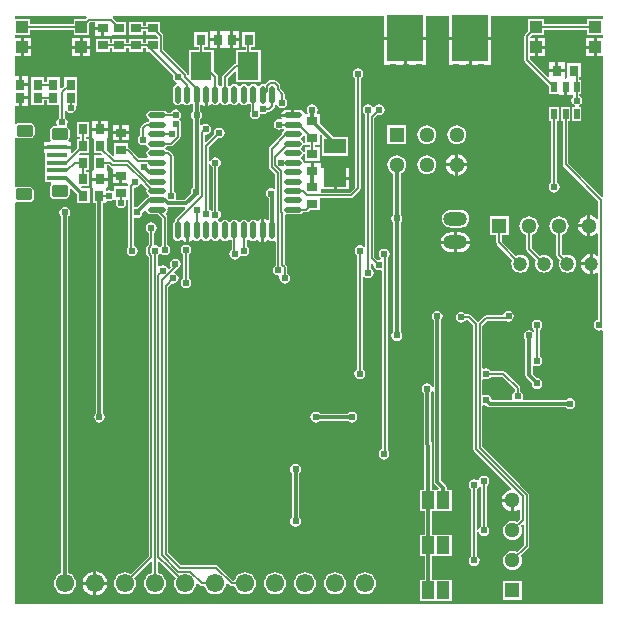
<source format=gbl>
%FSLAX23Y23*%
%MOIN*%
G70*
G01*
G75*
G04 Layer_Physical_Order=2*
G04 Layer_Color=16711680*
%ADD10R,0.039X0.022*%
%ADD11R,0.035X0.031*%
%ADD12R,0.031X0.035*%
%ADD13R,0.063X0.118*%
%ADD14R,0.122X0.157*%
%ADD15R,0.063X0.157*%
%ADD16R,0.073X0.051*%
%ADD17R,0.039X0.059*%
%ADD18R,0.059X0.039*%
%ADD19C,0.006*%
%ADD20C,0.012*%
%ADD21C,0.012*%
G04:AMPARAMS|DCode=22|XSize=39mil|YSize=55mil|CornerRadius=10mil|HoleSize=0mil|Usage=FLASHONLY|Rotation=270.000|XOffset=0mil|YOffset=0mil|HoleType=Round|Shape=RoundedRectangle|*
%AMROUNDEDRECTD22*
21,1,0.039,0.035,0,0,270.0*
21,1,0.020,0.055,0,0,270.0*
1,1,0.020,-0.018,-0.010*
1,1,0.020,-0.018,0.010*
1,1,0.020,0.018,0.010*
1,1,0.020,0.018,-0.010*
%
%ADD22ROUNDEDRECTD22*%
%ADD23C,0.047*%
%ADD24C,0.061*%
%ADD25C,0.051*%
%ADD26R,0.051X0.051*%
%ADD27R,0.043X0.059*%
%ADD28R,0.051X0.051*%
%ADD29O,0.079X0.047*%
%ADD30C,0.024*%
%ADD31C,0.020*%
%ADD32R,0.071X0.094*%
%ADD33R,0.069X0.018*%
%ADD34R,0.020X0.035*%
%ADD35O,0.059X0.018*%
%ADD36O,0.018X0.059*%
%ADD37R,0.039X0.039*%
%ADD38R,0.030X0.035*%
%ADD39R,0.073X0.079*%
G36*
X2965Y2954D02*
X2913D01*
Y2937D01*
X2768D01*
Y2954D01*
X2716D01*
Y2915D01*
X2706Y2905D01*
X2704Y2902D01*
X2703Y2899D01*
Y2818D01*
X2704Y2814D01*
X2706Y2811D01*
X2786Y2731D01*
Y2705D01*
X2817D01*
X2820Y2701D01*
X2820Y2701D01*
Y2701D01*
X2820Y2701D01*
X2835D01*
Y2728D01*
X2845D01*
Y2701D01*
X2859D01*
X2859Y2701D01*
Y2701D01*
X2859D01*
X2859D01*
X2860Y2701D01*
X2866Y2702D01*
X2865Y2697D01*
X2864Y2696D01*
X2860Y2690D01*
X2859Y2683D01*
X2860Y2676D01*
X2864Y2670D01*
X2870Y2667D01*
X2870Y2666D01*
X2867Y2662D01*
X2861D01*
Y2614D01*
X2893D01*
Y2662D01*
X2887D01*
X2884Y2666D01*
X2884Y2667D01*
X2890Y2670D01*
X2894Y2676D01*
X2895Y2683D01*
X2894Y2690D01*
X2890Y2696D01*
X2886Y2698D01*
Y2705D01*
X2893D01*
Y2752D01*
X2886D01*
Y2760D01*
X2890D01*
Y2807D01*
X2846D01*
Y2761D01*
X2846Y2760D01*
X2843Y2756D01*
X2837D01*
Y2778D01*
X2785D01*
Y2765D01*
X2781Y2763D01*
X2722Y2822D01*
Y2832D01*
X2737D01*
Y2861D01*
Y2891D01*
X2724D01*
X2723Y2896D01*
X2729Y2902D01*
X2768D01*
Y2919D01*
X2913D01*
Y2902D01*
X2965D01*
Y2891D01*
X2944D01*
Y2861D01*
Y2832D01*
X2965D01*
Y2365D01*
X2960Y2363D01*
X2849Y2474D01*
Y2614D01*
X2855D01*
Y2662D01*
X2824D01*
Y2614D01*
X2830D01*
Y2470D01*
X2831Y2467D01*
X2833Y2464D01*
X2949Y2348D01*
Y2291D01*
X2944Y2289D01*
X2943Y2291D01*
X2936Y2296D01*
X2927Y2300D01*
X2923Y2300D01*
Y2265D01*
Y2230D01*
X2927Y2230D01*
X2936Y2234D01*
X2943Y2240D01*
X2944Y2241D01*
X2949Y2239D01*
Y2169D01*
X2944Y2166D01*
X2942Y2168D01*
X2934Y2172D01*
X2930Y2172D01*
Y2139D01*
Y2106D01*
X2934Y2106D01*
X2942Y2109D01*
X2944Y2111D01*
X2949Y2109D01*
Y1952D01*
X2945Y1951D01*
X2939Y1947D01*
X2935Y1941D01*
X2934Y1935D01*
X2935Y1928D01*
X2939Y1922D01*
X2945Y1918D01*
X2952Y1916D01*
X2959Y1918D01*
X2960Y1918D01*
X2965Y1916D01*
Y1004D01*
X1004D01*
Y2343D01*
X1009Y2346D01*
X1010Y2345D01*
X1017Y2344D01*
X1052D01*
X1058Y2345D01*
X1063Y2349D01*
X1067Y2354D01*
X1068Y2360D01*
Y2380D01*
X1067Y2386D01*
X1063Y2391D01*
X1058Y2395D01*
X1052Y2396D01*
X1017D01*
X1010Y2395D01*
X1009Y2394D01*
X1004Y2396D01*
Y2558D01*
X1004Y2559D01*
X1009Y2561D01*
X1013Y2558D01*
X1019Y2557D01*
X1054D01*
X1061Y2558D01*
X1066Y2562D01*
X1069Y2567D01*
X1070Y2573D01*
Y2593D01*
X1069Y2599D01*
X1066Y2604D01*
X1061Y2608D01*
X1054Y2609D01*
X1019D01*
X1013Y2608D01*
X1009Y2605D01*
X1004Y2607D01*
X1004Y2607D01*
Y2665D01*
X1018D01*
Y2693D01*
X1023D01*
Y2698D01*
X1048D01*
Y2709D01*
Y2731D01*
X1023D01*
Y2736D01*
X1018D01*
Y2764D01*
X1004D01*
Y2832D01*
X1024D01*
Y2861D01*
Y2891D01*
X1004D01*
Y2902D01*
X1054D01*
Y2919D01*
X1200D01*
Y2902D01*
X1251D01*
Y2941D01*
X1254Y2944D01*
X1270D01*
Y2929D01*
X1297D01*
Y2924D01*
X1302D01*
Y2898D01*
X1325D01*
Y2899D01*
X1329Y2902D01*
X1376D01*
Y2946D01*
X1344D01*
X1330Y2959D01*
X1330Y2960D01*
X1331Y2965D01*
X2234D01*
Y2895D01*
X2376D01*
Y2965D01*
X2451D01*
Y2895D01*
X2593D01*
Y2965D01*
X2965D01*
Y2954D01*
D02*
G37*
G36*
X1244Y2960D02*
X1244Y2959D01*
X1238Y2954D01*
X1200D01*
Y2937D01*
X1054D01*
Y2954D01*
X1004D01*
Y2965D01*
X1242D01*
X1244Y2960D01*
D02*
G37*
%LPC*%
G36*
X2468Y2245D02*
X2458D01*
X2449Y2243D01*
X2441Y2240D01*
X2434Y2235D01*
X2428Y2228D01*
X2425Y2219D01*
X2424Y2216D01*
X2468D01*
Y2245D01*
D02*
G37*
G36*
X2522Y2206D02*
X2478D01*
Y2177D01*
X2489D01*
X2498Y2178D01*
X2506Y2181D01*
X2513Y2187D01*
X2519Y2194D01*
X2522Y2202D01*
X2522Y2206D01*
D02*
G37*
G36*
X2913Y2260D02*
X2883D01*
X2883Y2256D01*
X2887Y2247D01*
X2893Y2240D01*
X2900Y2234D01*
X2909Y2230D01*
X2913Y2230D01*
Y2260D01*
D02*
G37*
G36*
X2489Y2245D02*
X2478D01*
Y2216D01*
X2522D01*
X2522Y2219D01*
X2519Y2228D01*
X2513Y2235D01*
X2506Y2240D01*
X2498Y2243D01*
X2489Y2245D01*
D02*
G37*
G36*
X2468Y2206D02*
X2424D01*
X2425Y2202D01*
X2428Y2194D01*
X2434Y2187D01*
X2441Y2181D01*
X2449Y2178D01*
X2458Y2177D01*
X2468D01*
Y2206D01*
D02*
G37*
G36*
X2718Y2297D02*
X2710Y2296D01*
X2702Y2293D01*
X2696Y2288D01*
X2691Y2281D01*
X2687Y2273D01*
X2686Y2265D01*
X2687Y2257D01*
X2691Y2249D01*
X2696Y2243D01*
X2702Y2238D01*
X2709Y2235D01*
Y2188D01*
X2710Y2185D01*
X2712Y2182D01*
X2741Y2152D01*
X2739Y2147D01*
X2738Y2139D01*
X2739Y2131D01*
X2742Y2124D01*
X2747Y2118D01*
X2753Y2113D01*
X2760Y2110D01*
X2768Y2109D01*
X2775Y2110D01*
X2783Y2113D01*
X2789Y2118D01*
X2794Y2124D01*
X2797Y2131D01*
X2798Y2139D01*
X2797Y2147D01*
X2794Y2154D01*
X2789Y2160D01*
X2783Y2165D01*
X2775Y2168D01*
X2768Y2169D01*
X2760Y2168D01*
X2754Y2165D01*
X2727Y2192D01*
Y2235D01*
X2734Y2238D01*
X2741Y2243D01*
X2746Y2249D01*
X2749Y2257D01*
X2750Y2265D01*
X2749Y2273D01*
X2746Y2281D01*
X2741Y2288D01*
X2734Y2293D01*
X2726Y2296D01*
X2718Y2297D01*
D02*
G37*
G36*
X2650Y2297D02*
X2587D01*
Y2234D01*
X2609D01*
Y2210D01*
X2610Y2206D01*
X2612Y2203D01*
X2663Y2152D01*
X2660Y2147D01*
X2659Y2139D01*
X2660Y2131D01*
X2663Y2124D01*
X2668Y2118D01*
X2674Y2113D01*
X2681Y2110D01*
X2689Y2109D01*
X2697Y2110D01*
X2704Y2113D01*
X2710Y2118D01*
X2715Y2124D01*
X2718Y2131D01*
X2719Y2139D01*
X2718Y2147D01*
X2715Y2154D01*
X2710Y2160D01*
X2704Y2165D01*
X2697Y2168D01*
X2689Y2169D01*
X2681Y2168D01*
X2675Y2165D01*
X2627Y2213D01*
Y2234D01*
X2650D01*
Y2297D01*
D02*
G37*
G36*
X2920Y2172D02*
X2916Y2172D01*
X2908Y2168D01*
X2901Y2163D01*
X2896Y2156D01*
X2892Y2148D01*
X2892Y2144D01*
X2920D01*
Y2172D01*
D02*
G37*
G36*
X2818Y2297D02*
X2810Y2296D01*
X2802Y2293D01*
X2796Y2288D01*
X2791Y2281D01*
X2787Y2273D01*
X2786Y2265D01*
X2787Y2257D01*
X2791Y2249D01*
X2796Y2243D01*
X2802Y2238D01*
X2809Y2235D01*
Y2167D01*
X2810Y2164D01*
X2812Y2161D01*
X2820Y2152D01*
X2818Y2147D01*
X2817Y2139D01*
X2818Y2131D01*
X2821Y2124D01*
X2825Y2118D01*
X2832Y2113D01*
X2839Y2110D01*
X2846Y2109D01*
X2854Y2110D01*
X2861Y2113D01*
X2868Y2118D01*
X2872Y2124D01*
X2875Y2131D01*
X2876Y2139D01*
X2875Y2147D01*
X2872Y2154D01*
X2868Y2160D01*
X2861Y2165D01*
X2854Y2168D01*
X2846Y2169D01*
X2839Y2168D01*
X2833Y2165D01*
X2827Y2171D01*
Y2235D01*
X2834Y2238D01*
X2841Y2243D01*
X2846Y2249D01*
X2849Y2257D01*
X2850Y2265D01*
X2849Y2273D01*
X2846Y2281D01*
X2841Y2288D01*
X2834Y2293D01*
X2826Y2296D01*
X2818Y2297D01*
D02*
G37*
G36*
X2489Y2319D02*
X2458D01*
X2450Y2318D01*
X2443Y2315D01*
X2437Y2310D01*
X2432Y2304D01*
X2429Y2297D01*
X2428Y2289D01*
X2429Y2282D01*
X2432Y2274D01*
X2437Y2268D01*
X2443Y2263D01*
X2450Y2261D01*
X2458Y2259D01*
X2489D01*
X2497Y2261D01*
X2504Y2263D01*
X2510Y2268D01*
X2515Y2274D01*
X2518Y2282D01*
X2519Y2289D01*
X2518Y2297D01*
X2515Y2304D01*
X2510Y2310D01*
X2504Y2315D01*
X2497Y2318D01*
X2489Y2319D01*
D02*
G37*
G36*
X2513Y2464D02*
X2483D01*
Y2433D01*
X2487Y2434D01*
X2496Y2438D01*
X2503Y2443D01*
X2509Y2451D01*
X2512Y2459D01*
X2513Y2464D01*
D02*
G37*
G36*
X2473D02*
X2442D01*
X2443Y2459D01*
X2446Y2451D01*
X2452Y2443D01*
X2460Y2438D01*
X2468Y2434D01*
X2473Y2433D01*
Y2464D01*
D02*
G37*
G36*
Y2504D02*
X2468Y2503D01*
X2460Y2500D01*
X2452Y2494D01*
X2446Y2487D01*
X2443Y2478D01*
X2442Y2474D01*
X2473D01*
Y2504D01*
D02*
G37*
G36*
X2378Y2500D02*
X2369Y2499D01*
X2362Y2496D01*
X2355Y2491D01*
X2350Y2485D01*
X2347Y2477D01*
X2346Y2469D01*
X2347Y2460D01*
X2350Y2453D01*
X2355Y2446D01*
X2362Y2441D01*
X2369Y2438D01*
X2378Y2437D01*
X2386Y2438D01*
X2393Y2441D01*
X2400Y2446D01*
X2405Y2453D01*
X2408Y2460D01*
X2409Y2469D01*
X2408Y2477D01*
X2405Y2485D01*
X2400Y2491D01*
X2393Y2496D01*
X2386Y2499D01*
X2378Y2500D01*
D02*
G37*
G36*
X2077Y2458D02*
Y2427D01*
X2118D01*
Y2458D01*
X2077D01*
D02*
G37*
G36*
X2818Y2662D02*
X2786D01*
Y2614D01*
X2793D01*
Y2409D01*
X2789Y2407D01*
X2785Y2401D01*
X2784Y2394D01*
X2785Y2387D01*
X2789Y2381D01*
X2795Y2377D01*
X2802Y2376D01*
X2809Y2377D01*
X2815Y2381D01*
X2819Y2387D01*
X2820Y2394D01*
X2819Y2401D01*
X2815Y2407D01*
X2811Y2409D01*
Y2614D01*
X2818D01*
Y2662D01*
D02*
G37*
G36*
X2913Y2300D02*
X2909Y2300D01*
X2900Y2296D01*
X2893Y2291D01*
X2887Y2283D01*
X2883Y2274D01*
X2883Y2270D01*
X2913D01*
Y2300D01*
D02*
G37*
G36*
X1353Y2428D02*
X1331D01*
Y2407D01*
X1353D01*
Y2428D01*
D02*
G37*
G36*
X2118Y2417D02*
X2077D01*
Y2387D01*
X2118D01*
Y2417D01*
D02*
G37*
G36*
X2920Y2134D02*
X2892D01*
X2892Y2130D01*
X2896Y2122D01*
X2901Y2115D01*
X2908Y2109D01*
X2916Y2106D01*
X2920Y2106D01*
Y2134D01*
D02*
G37*
G36*
X2071Y1110D02*
X2062Y1109D01*
X2053Y1106D01*
X2045Y1100D01*
X2040Y1092D01*
X2036Y1083D01*
X2035Y1074D01*
X2036Y1064D01*
X2040Y1056D01*
X2045Y1048D01*
X2053Y1042D01*
X2062Y1038D01*
X2071Y1037D01*
X2081Y1038D01*
X2090Y1042D01*
X2097Y1048D01*
X2103Y1056D01*
X2107Y1064D01*
X2108Y1074D01*
X2107Y1083D01*
X2103Y1092D01*
X2097Y1100D01*
X2090Y1106D01*
X2081Y1109D01*
X2071Y1110D01*
D02*
G37*
G36*
X1971D02*
X1962Y1109D01*
X1953Y1106D01*
X1945Y1100D01*
X1940Y1092D01*
X1936Y1083D01*
X1935Y1074D01*
X1936Y1064D01*
X1940Y1056D01*
X1945Y1048D01*
X1953Y1042D01*
X1962Y1038D01*
X1971Y1037D01*
X1981Y1038D01*
X1990Y1042D01*
X1997Y1048D01*
X2003Y1056D01*
X2007Y1064D01*
X2008Y1074D01*
X2007Y1083D01*
X2003Y1092D01*
X1997Y1100D01*
X1990Y1106D01*
X1981Y1109D01*
X1971Y1110D01*
D02*
G37*
G36*
X1266Y1114D02*
X1261Y1113D01*
X1251Y1109D01*
X1243Y1103D01*
X1236Y1094D01*
X1232Y1084D01*
X1231Y1079D01*
X1266D01*
Y1114D01*
D02*
G37*
G36*
X2171Y1110D02*
X2162Y1109D01*
X2153Y1106D01*
X2145Y1100D01*
X2140Y1092D01*
X2136Y1083D01*
X2135Y1074D01*
X2136Y1064D01*
X2140Y1056D01*
X2145Y1048D01*
X2153Y1042D01*
X2162Y1038D01*
X2171Y1037D01*
X2181Y1038D01*
X2190Y1042D01*
X2197Y1048D01*
X2203Y1056D01*
X2207Y1064D01*
X2208Y1074D01*
X2207Y1083D01*
X2203Y1092D01*
X2197Y1100D01*
X2190Y1106D01*
X2181Y1109D01*
X2171Y1110D01*
D02*
G37*
G36*
X1871D02*
X1862Y1109D01*
X1853Y1106D01*
X1845Y1100D01*
X1840Y1092D01*
X1836Y1083D01*
X1835Y1074D01*
X1836Y1064D01*
X1840Y1056D01*
X1845Y1048D01*
X1853Y1042D01*
X1862Y1038D01*
X1871Y1037D01*
X1881Y1038D01*
X1890Y1042D01*
X1897Y1048D01*
X1903Y1056D01*
X1907Y1064D01*
X1908Y1074D01*
X1907Y1083D01*
X1903Y1092D01*
X1897Y1100D01*
X1890Y1106D01*
X1881Y1109D01*
X1871Y1110D01*
D02*
G37*
G36*
X1266Y1069D02*
X1231D01*
X1232Y1063D01*
X1236Y1053D01*
X1243Y1045D01*
X1251Y1039D01*
X1261Y1035D01*
X1266Y1034D01*
Y1069D01*
D02*
G37*
G36*
X2695Y1082D02*
X2632D01*
Y1018D01*
X2695D01*
Y1082D01*
D02*
G37*
G36*
X1171Y2328D02*
X1164Y2327D01*
X1158Y2323D01*
X1154Y2317D01*
X1153Y2310D01*
X1154Y2303D01*
X1158Y2297D01*
X1159Y2297D01*
Y1108D01*
X1153Y1106D01*
X1145Y1100D01*
X1140Y1092D01*
X1136Y1083D01*
X1135Y1074D01*
X1136Y1064D01*
X1140Y1056D01*
X1145Y1048D01*
X1153Y1042D01*
X1162Y1038D01*
X1171Y1037D01*
X1181Y1038D01*
X1190Y1042D01*
X1197Y1048D01*
X1203Y1056D01*
X1207Y1064D01*
X1208Y1074D01*
X1207Y1083D01*
X1203Y1092D01*
X1197Y1100D01*
X1190Y1106D01*
X1183Y1108D01*
Y2297D01*
X1184Y2297D01*
X1188Y2303D01*
X1189Y2310D01*
X1188Y2317D01*
X1184Y2323D01*
X1178Y2327D01*
X1171Y2328D01*
D02*
G37*
G36*
X1311Y1069D02*
X1276D01*
Y1034D01*
X1282Y1035D01*
X1292Y1039D01*
X1300Y1045D01*
X1306Y1053D01*
X1311Y1063D01*
X1311Y1069D01*
D02*
G37*
G36*
X1276Y1114D02*
Y1079D01*
X1311D01*
X1311Y1084D01*
X1306Y1094D01*
X1300Y1103D01*
X1292Y1109D01*
X1282Y1113D01*
X1276Y1114D01*
D02*
G37*
G36*
X2745Y1952D02*
X2738Y1951D01*
X2732Y1947D01*
X2728Y1941D01*
X2727Y1934D01*
X2728Y1927D01*
X2732Y1921D01*
X2735Y1919D01*
X2735Y1915D01*
X2731Y1913D01*
X2725Y1916D01*
X2719Y1918D01*
X2712Y1916D01*
X2706Y1912D01*
X2702Y1907D01*
X2700Y1900D01*
X2702Y1893D01*
X2706Y1887D01*
X2706Y1886D01*
Y1767D01*
X2706Y1767D01*
X2707Y1762D01*
X2710Y1758D01*
X2727Y1741D01*
X2727Y1740D01*
X2728Y1733D01*
X2732Y1727D01*
X2738Y1723D01*
X2745Y1722D01*
X2752Y1723D01*
X2758Y1727D01*
X2762Y1733D01*
X2763Y1740D01*
X2762Y1747D01*
X2758Y1753D01*
X2752Y1757D01*
X2745Y1758D01*
X2744Y1758D01*
X2731Y1772D01*
Y1797D01*
X2736Y1800D01*
X2738Y1798D01*
X2745Y1797D01*
X2752Y1798D01*
X2758Y1802D01*
X2762Y1808D01*
X2763Y1815D01*
X2762Y1822D01*
X2758Y1828D01*
X2754Y1830D01*
Y1919D01*
X2758Y1921D01*
X2762Y1927D01*
X2763Y1934D01*
X2762Y1941D01*
X2758Y1947D01*
X2752Y1951D01*
X2745Y1952D01*
D02*
G37*
G36*
X2278Y2500D02*
X2269Y2499D01*
X2262Y2496D01*
X2255Y2491D01*
X2250Y2485D01*
X2247Y2477D01*
X2246Y2469D01*
X2247Y2460D01*
X2250Y2453D01*
X2255Y2446D01*
X2262Y2441D01*
X2265Y2439D01*
Y2304D01*
X2265Y2303D01*
X2261Y2297D01*
X2259Y2290D01*
X2261Y2283D01*
X2265Y2278D01*
X2265Y2277D01*
Y1913D01*
X2265Y1912D01*
X2261Y1907D01*
X2259Y1900D01*
X2261Y1893D01*
X2265Y1887D01*
X2271Y1883D01*
X2278Y1881D01*
X2285Y1883D01*
X2290Y1887D01*
X2294Y1893D01*
X2296Y1900D01*
X2294Y1907D01*
X2290Y1912D01*
X2290Y1913D01*
Y2277D01*
X2290Y2278D01*
X2294Y2283D01*
X2296Y2290D01*
X2294Y2297D01*
X2290Y2303D01*
X2290Y2304D01*
Y2439D01*
X2293Y2441D01*
X2300Y2446D01*
X2305Y2453D01*
X2308Y2460D01*
X2309Y2469D01*
X2308Y2477D01*
X2305Y2485D01*
X2300Y2491D01*
X2293Y2496D01*
X2286Y2499D01*
X2278Y2500D01*
D02*
G37*
G36*
X1575Y2203D02*
X1568Y2202D01*
X1562Y2198D01*
X1558Y2192D01*
X1557Y2185D01*
X1558Y2178D01*
X1562Y2172D01*
X1566Y2170D01*
Y2090D01*
X1562Y2088D01*
X1558Y2082D01*
X1557Y2075D01*
X1558Y2068D01*
X1562Y2062D01*
X1568Y2058D01*
X1575Y2057D01*
X1582Y2058D01*
X1588Y2062D01*
X1592Y2068D01*
X1593Y2075D01*
X1592Y2082D01*
X1588Y2088D01*
X1584Y2090D01*
Y2170D01*
X1588Y2172D01*
X1592Y2178D01*
X1593Y2185D01*
X1592Y2192D01*
X1588Y2198D01*
X1582Y2202D01*
X1575Y2203D01*
D02*
G37*
G36*
X2650Y1982D02*
X2643Y1980D01*
X2637Y1976D01*
X2633Y1971D01*
X2632Y1967D01*
X2575D01*
X2571Y1966D01*
X2568Y1964D01*
X2548Y1944D01*
X2525Y1967D01*
X2522Y1969D01*
X2519Y1970D01*
X2507D01*
X2505Y1973D01*
X2499Y1977D01*
X2492Y1979D01*
X2485Y1977D01*
X2479Y1973D01*
X2475Y1968D01*
X2474Y1961D01*
X2475Y1954D01*
X2479Y1948D01*
X2485Y1944D01*
X2492Y1942D01*
X2499Y1944D01*
X2505Y1948D01*
X2507Y1951D01*
X2515D01*
X2533Y1933D01*
Y1520D01*
X2534Y1516D01*
X2536Y1513D01*
X2659Y1390D01*
X2658Y1385D01*
X2654Y1385D01*
X2645Y1381D01*
X2638Y1375D01*
X2632Y1368D01*
X2629Y1359D01*
X2628Y1355D01*
X2663D01*
Y1350D01*
X2668D01*
Y1315D01*
X2673Y1315D01*
X2681Y1319D01*
X2684Y1321D01*
X2689Y1318D01*
Y1288D01*
X2678Y1278D01*
X2672Y1281D01*
X2663Y1282D01*
X2655Y1281D01*
X2647Y1278D01*
X2641Y1272D01*
X2636Y1266D01*
X2633Y1258D01*
X2632Y1250D01*
X2633Y1242D01*
X2636Y1234D01*
X2641Y1227D01*
X2647Y1222D01*
X2655Y1219D01*
X2663Y1218D01*
X2672Y1219D01*
X2679Y1222D01*
X2686Y1227D01*
X2691Y1234D01*
X2694Y1242D01*
X2695Y1250D01*
X2694Y1258D01*
X2691Y1265D01*
X2696Y1270D01*
X2701Y1268D01*
Y1200D01*
X2678Y1178D01*
X2672Y1181D01*
X2663Y1182D01*
X2655Y1181D01*
X2647Y1178D01*
X2641Y1172D01*
X2636Y1166D01*
X2633Y1158D01*
X2632Y1150D01*
X2633Y1142D01*
X2636Y1134D01*
X2641Y1127D01*
X2647Y1122D01*
X2655Y1119D01*
X2663Y1118D01*
X2672Y1119D01*
X2679Y1122D01*
X2686Y1127D01*
X2691Y1134D01*
X2694Y1142D01*
X2695Y1150D01*
X2694Y1158D01*
X2691Y1165D01*
X2716Y1190D01*
X2718Y1193D01*
X2719Y1197D01*
Y1369D01*
X2719Y1372D01*
X2718Y1373D01*
X2716Y1376D01*
X2689Y1403D01*
X2688Y1404D01*
X2563Y1529D01*
Y1666D01*
X2568Y1668D01*
X2569Y1667D01*
X2576Y1666D01*
X2577Y1666D01*
X2578Y1665D01*
X2578Y1665D01*
X2582Y1662D01*
X2587Y1661D01*
X2587Y1661D01*
X2841D01*
X2841Y1660D01*
X2847Y1656D01*
X2854Y1655D01*
X2861Y1656D01*
X2867Y1660D01*
X2871Y1666D01*
X2872Y1673D01*
X2871Y1680D01*
X2867Y1686D01*
X2861Y1690D01*
X2854Y1691D01*
X2847Y1690D01*
X2841Y1686D01*
X2841Y1685D01*
X2699D01*
X2697Y1689D01*
X2697Y1690D01*
X2698Y1697D01*
X2697Y1704D01*
X2693Y1710D01*
X2689Y1712D01*
Y1724D01*
X2689Y1728D01*
X2687Y1731D01*
X2639Y1778D01*
X2636Y1780D01*
X2633Y1781D01*
X2591D01*
X2589Y1785D01*
X2583Y1789D01*
X2576Y1790D01*
X2569Y1789D01*
X2568Y1788D01*
X2563Y1790D01*
Y1933D01*
X2579Y1949D01*
X2640D01*
X2643Y1947D01*
X2650Y1945D01*
X2657Y1947D01*
X2662Y1951D01*
X2666Y1957D01*
X2668Y1964D01*
X2666Y1971D01*
X2662Y1976D01*
X2657Y1980D01*
X2650Y1982D01*
D02*
G37*
G36*
X2412D02*
X2405Y1980D01*
X2400Y1976D01*
X2396Y1971D01*
X2394Y1964D01*
X2396Y1957D01*
X2400Y1951D01*
X2400Y1950D01*
Y1730D01*
X2398Y1729D01*
X2395Y1729D01*
X2392Y1734D01*
X2386Y1738D01*
X2379Y1740D01*
X2372Y1738D01*
X2366Y1734D01*
X2362Y1728D01*
X2361Y1721D01*
X2362Y1715D01*
X2366Y1709D01*
X2367Y1708D01*
X2369Y1389D01*
X2366Y1385D01*
X2354D01*
Y1314D01*
X2370D01*
Y1235D01*
X2354D01*
Y1164D01*
X2370D01*
Y1085D01*
X2354D01*
Y1014D01*
X2460D01*
Y1085D01*
X2394D01*
Y1164D01*
X2460D01*
Y1235D01*
X2394D01*
Y1314D01*
X2460D01*
Y1385D01*
X2444D01*
Y1393D01*
X2444Y1393D01*
X2443Y1398D01*
X2440Y1401D01*
X2440Y1401D01*
X2425Y1417D01*
Y1950D01*
X2425Y1951D01*
X2429Y1957D01*
X2431Y1964D01*
X2429Y1971D01*
X2425Y1976D01*
X2419Y1980D01*
X2412Y1982D01*
D02*
G37*
G36*
X2658Y1345D02*
X2628D01*
X2629Y1341D01*
X2632Y1332D01*
X2638Y1325D01*
X2645Y1319D01*
X2654Y1315D01*
X2658Y1315D01*
Y1345D01*
D02*
G37*
G36*
X1940Y1472D02*
X1933Y1471D01*
X1927Y1467D01*
X1923Y1461D01*
X1922Y1454D01*
X1923Y1447D01*
X1927Y1441D01*
X1928Y1440D01*
Y1295D01*
X1927Y1294D01*
X1923Y1288D01*
X1922Y1281D01*
X1923Y1275D01*
X1927Y1269D01*
X1933Y1265D01*
X1940Y1263D01*
X1947Y1265D01*
X1953Y1269D01*
X1957Y1275D01*
X1958Y1281D01*
X1957Y1288D01*
X1953Y1294D01*
X1952Y1295D01*
Y1440D01*
X1953Y1441D01*
X1957Y1447D01*
X1958Y1454D01*
X1957Y1461D01*
X1953Y1467D01*
X1947Y1471D01*
X1940Y1472D01*
D02*
G37*
G36*
X2127Y1645D02*
X2120Y1644D01*
X2114Y1640D01*
X2114Y1639D01*
X2020D01*
X2020Y1640D01*
X2014Y1644D01*
X2007Y1645D01*
X2000Y1644D01*
X1994Y1640D01*
X1990Y1634D01*
X1989Y1627D01*
X1990Y1620D01*
X1994Y1614D01*
X2000Y1610D01*
X2007Y1609D01*
X2014Y1610D01*
X2020Y1614D01*
X2020Y1615D01*
X2114D01*
X2114Y1614D01*
X2120Y1610D01*
X2127Y1609D01*
X2134Y1610D01*
X2140Y1614D01*
X2144Y1620D01*
X2145Y1627D01*
X2144Y1634D01*
X2140Y1640D01*
X2134Y1644D01*
X2127Y1645D01*
D02*
G37*
G36*
X2568Y1433D02*
X2561Y1431D01*
X2555Y1427D01*
X2551Y1421D01*
X2551Y1419D01*
X2545Y1417D01*
X2542Y1419D01*
X2535Y1421D01*
X2528Y1419D01*
X2522Y1415D01*
X2518Y1409D01*
X2517Y1402D01*
X2518Y1395D01*
X2522Y1390D01*
X2526Y1387D01*
Y1165D01*
X2523Y1162D01*
X2519Y1157D01*
X2517Y1150D01*
X2519Y1143D01*
X2523Y1137D01*
X2528Y1133D01*
X2535Y1131D01*
X2542Y1133D01*
X2548Y1137D01*
X2552Y1143D01*
X2554Y1150D01*
X2552Y1157D01*
X2548Y1162D01*
X2544Y1165D01*
Y1246D01*
X2549Y1247D01*
X2550Y1243D01*
X2554Y1237D01*
X2560Y1233D01*
X2567Y1232D01*
X2574Y1233D01*
X2580Y1237D01*
X2584Y1243D01*
X2585Y1250D01*
X2584Y1257D01*
X2580Y1263D01*
X2577Y1265D01*
Y1399D01*
X2581Y1402D01*
X2585Y1407D01*
X2586Y1414D01*
X2585Y1421D01*
X2581Y1427D01*
X2575Y1431D01*
X2568Y1433D01*
D02*
G37*
G36*
X2483Y2504D02*
Y2474D01*
X2513D01*
X2512Y2478D01*
X2509Y2487D01*
X2503Y2494D01*
X2496Y2500D01*
X2487Y2503D01*
X2483Y2504D01*
D02*
G37*
G36*
X2772Y2856D02*
X2747D01*
Y2832D01*
X2772D01*
Y2856D01*
D02*
G37*
G36*
X1255D02*
X1230D01*
Y2832D01*
X1255D01*
Y2856D01*
D02*
G37*
G36*
X2934D02*
X2909D01*
Y2832D01*
X2934D01*
Y2856D01*
D02*
G37*
G36*
X1753Y2881D02*
X1732D01*
Y2858D01*
X1753D01*
Y2881D01*
D02*
G37*
G36*
X1708Y2914D02*
X1687D01*
Y2886D01*
Y2858D01*
X1702D01*
Y2858D01*
X1722D01*
Y2886D01*
Y2914D01*
X1708D01*
Y2914D01*
D02*
G37*
G36*
X2517Y2885D02*
X2451D01*
Y2801D01*
X2517D01*
Y2885D01*
D02*
G37*
G36*
X2376D02*
X2310D01*
Y2801D01*
X2376D01*
Y2885D01*
D02*
G37*
G36*
X2593D02*
X2527D01*
Y2801D01*
X2593D01*
Y2885D01*
D02*
G37*
G36*
X1220Y2856D02*
X1196D01*
Y2832D01*
X1220D01*
Y2856D01*
D02*
G37*
G36*
X1058D02*
X1034D01*
Y2832D01*
X1058D01*
Y2856D01*
D02*
G37*
G36*
X1753Y2914D02*
X1732D01*
Y2891D01*
X1753D01*
Y2914D01*
D02*
G37*
G36*
X2934Y2891D02*
X2909D01*
Y2866D01*
X2934D01*
Y2891D01*
D02*
G37*
G36*
X1677Y2914D02*
X1656D01*
Y2891D01*
X1677D01*
Y2914D01*
D02*
G37*
G36*
X1487Y2946D02*
X1440D01*
Y2933D01*
X1432D01*
Y2946D01*
X1385D01*
Y2902D01*
X1432D01*
Y2915D01*
X1440D01*
Y2902D01*
X1472D01*
X1481Y2894D01*
X1481Y2889D01*
X1440D01*
Y2876D01*
X1432D01*
Y2889D01*
X1385D01*
Y2876D01*
X1376D01*
Y2889D01*
X1329D01*
Y2876D01*
X1321D01*
Y2889D01*
X1274D01*
Y2845D01*
X1321D01*
Y2858D01*
X1329D01*
Y2845D01*
X1376D01*
Y2858D01*
X1385D01*
Y2845D01*
X1432D01*
Y2858D01*
X1440D01*
Y2845D01*
X1454D01*
X1532Y2767D01*
X1531Y2761D01*
X1532Y2754D01*
X1536Y2748D01*
X1542Y2744D01*
X1546Y2743D01*
Y2738D01*
X1541Y2737D01*
X1537Y2734D01*
X1533Y2729D01*
X1532Y2723D01*
Y2682D01*
X1533Y2676D01*
X1537Y2671D01*
X1541Y2668D01*
X1547Y2667D01*
X1553Y2668D01*
X1558Y2671D01*
X1560Y2675D01*
X1561Y2675D01*
X1565D01*
X1566Y2675D01*
X1568Y2671D01*
X1573Y2668D01*
X1579Y2667D01*
X1585Y2668D01*
X1589Y2671D01*
X1590Y2672D01*
X1596Y2672D01*
X1598Y2670D01*
Y2647D01*
X1597Y2647D01*
X1593Y2641D01*
X1592Y2634D01*
X1593Y2627D01*
X1597Y2621D01*
X1598Y2621D01*
Y2393D01*
X1596Y2391D01*
X1592Y2385D01*
X1590Y2378D01*
X1591Y2374D01*
X1569Y2353D01*
X1544D01*
X1542Y2356D01*
X1541Y2358D01*
X1543Y2364D01*
X1541Y2371D01*
X1537Y2377D01*
X1534Y2379D01*
Y2497D01*
X1533Y2501D01*
X1531Y2504D01*
X1520Y2514D01*
X1517Y2516D01*
X1514Y2517D01*
X1511D01*
X1510Y2519D01*
X1506Y2521D01*
X1506Y2521D01*
Y2526D01*
X1506Y2526D01*
X1510Y2529D01*
X1511Y2530D01*
X1524D01*
X1527Y2531D01*
X1530Y2533D01*
X1554Y2557D01*
X1556Y2560D01*
X1557Y2563D01*
Y2596D01*
X1558Y2597D01*
X1559Y2604D01*
X1558Y2611D01*
X1554Y2617D01*
X1553Y2618D01*
Y2623D01*
X1553Y2623D01*
X1557Y2629D01*
X1559Y2636D01*
X1557Y2643D01*
X1553Y2649D01*
X1547Y2653D01*
X1540Y2654D01*
X1533Y2653D01*
X1528Y2649D01*
X1524Y2643D01*
X1511D01*
X1510Y2645D01*
X1505Y2648D01*
X1499Y2649D01*
X1458D01*
X1452Y2648D01*
X1447Y2645D01*
X1444Y2640D01*
X1443Y2634D01*
X1444Y2628D01*
X1447Y2623D01*
X1450Y2621D01*
X1450Y2620D01*
Y2616D01*
X1450Y2615D01*
X1447Y2613D01*
X1446Y2612D01*
X1443D01*
X1440Y2611D01*
X1437Y2609D01*
X1426Y2598D01*
X1424Y2595D01*
X1423Y2591D01*
Y2568D01*
X1419Y2565D01*
X1415Y2559D01*
X1414Y2552D01*
X1415Y2545D01*
X1419Y2539D01*
X1425Y2536D01*
X1432Y2534D01*
X1439Y2536D01*
X1442Y2534D01*
X1444Y2533D01*
X1447Y2529D01*
X1450Y2526D01*
X1450Y2526D01*
Y2521D01*
X1450Y2521D01*
X1447Y2519D01*
X1444Y2514D01*
X1443Y2508D01*
X1444Y2502D01*
X1447Y2497D01*
X1446Y2496D01*
X1445Y2492D01*
X1419D01*
X1386Y2525D01*
X1383Y2527D01*
X1382Y2527D01*
Y2540D01*
X1335D01*
Y2501D01*
X1335Y2501D01*
Y2501D01*
X1335Y2500D01*
Y2499D01*
X1334Y2499D01*
X1334Y2499D01*
X1334Y2499D01*
X1332Y2499D01*
X1332Y2499D01*
X1332D01*
X1330Y2497D01*
X1310Y2517D01*
Y2554D01*
X1310Y2555D01*
X1313Y2559D01*
X1314D01*
Y2582D01*
X1263D01*
Y2559D01*
X1263D01*
X1263Y2559D01*
X1267Y2555D01*
X1267Y2554D01*
Y2508D01*
X1293D01*
X1295Y2505D01*
X1293Y2500D01*
X1267D01*
Y2454D01*
X1267Y2453D01*
X1263Y2449D01*
X1263D01*
Y2426D01*
X1314D01*
Y2449D01*
X1313D01*
X1313Y2449D01*
X1310Y2453D01*
X1310Y2454D01*
Y2467D01*
X1317D01*
X1322Y2462D01*
X1324Y2460D01*
X1325Y2460D01*
X1329Y2459D01*
D01*
X1330Y2455D01*
X1331Y2455D01*
Y2438D01*
X1358D01*
Y2433D01*
X1363D01*
Y2407D01*
X1379D01*
X1382Y2403D01*
X1381Y2399D01*
X1378Y2398D01*
X1377D01*
X1335D01*
Y2382D01*
X1330Y2380D01*
X1325Y2383D01*
X1318Y2384D01*
X1313Y2383D01*
X1308Y2386D01*
X1308Y2390D01*
X1311Y2394D01*
X1314D01*
Y2416D01*
X1263D01*
Y2394D01*
X1263Y2394D01*
Y2394D01*
X1266Y2390D01*
X1266Y2389D01*
Y2342D01*
X1274D01*
Y1640D01*
X1274Y1640D01*
X1270Y1634D01*
X1268Y1627D01*
X1270Y1620D01*
X1274Y1614D01*
X1279Y1610D01*
X1286Y1609D01*
X1293Y1610D01*
X1299Y1614D01*
X1303Y1620D01*
X1305Y1627D01*
X1303Y1634D01*
X1299Y1640D01*
X1299Y1640D01*
Y2342D01*
X1307D01*
Y2346D01*
X1312Y2349D01*
X1318Y2348D01*
X1325Y2349D01*
X1330Y2353D01*
X1335Y2354D01*
X1339Y2354D01*
X1342Y2350D01*
X1341Y2349D01*
X1340Y2343D01*
X1341Y2336D01*
X1345Y2330D01*
X1351Y2326D01*
X1358Y2324D01*
X1365Y2326D01*
X1371Y2330D01*
X1375Y2336D01*
X1376Y2343D01*
X1375Y2349D01*
X1375Y2350D01*
X1376Y2351D01*
X1377Y2353D01*
X1382Y2353D01*
X1382Y2349D01*
Y2195D01*
X1379Y2190D01*
X1378Y2183D01*
X1379Y2176D01*
X1383Y2170D01*
X1389Y2166D01*
X1396Y2165D01*
X1403Y2166D01*
X1409Y2170D01*
X1412Y2176D01*
X1414Y2183D01*
X1412Y2190D01*
X1409Y2196D01*
X1403Y2200D01*
X1401Y2200D01*
Y2291D01*
X1405Y2293D01*
X1406Y2293D01*
X1412Y2292D01*
X1419Y2293D01*
X1425Y2297D01*
X1429Y2303D01*
X1431Y2310D01*
X1430Y2311D01*
X1438Y2318D01*
X1443Y2316D01*
X1444Y2313D01*
X1447Y2308D01*
X1452Y2305D01*
X1458Y2304D01*
X1481D01*
X1495Y2290D01*
Y2200D01*
X1491Y2198D01*
X1490Y2196D01*
X1484Y2196D01*
X1478Y2200D01*
X1471Y2201D01*
X1468Y2204D01*
Y2243D01*
X1472Y2246D01*
X1476Y2252D01*
X1477Y2258D01*
X1476Y2265D01*
X1472Y2271D01*
X1466Y2275D01*
X1459Y2277D01*
X1452Y2275D01*
X1446Y2271D01*
X1442Y2265D01*
X1441Y2258D01*
X1442Y2252D01*
X1446Y2246D01*
X1450Y2243D01*
Y2204D01*
X1444Y2198D01*
X1442Y2195D01*
X1441Y2192D01*
Y2174D01*
X1442Y2171D01*
X1444Y2168D01*
X1450Y2162D01*
Y1166D01*
X1390Y1105D01*
X1390Y1106D01*
X1381Y1109D01*
X1371Y1110D01*
X1362Y1109D01*
X1353Y1106D01*
X1345Y1100D01*
X1340Y1092D01*
X1336Y1083D01*
X1335Y1074D01*
X1336Y1064D01*
X1340Y1056D01*
X1345Y1048D01*
X1353Y1042D01*
X1362Y1038D01*
X1371Y1037D01*
X1381Y1038D01*
X1390Y1042D01*
X1397Y1048D01*
X1403Y1056D01*
X1407Y1064D01*
X1408Y1074D01*
X1407Y1083D01*
X1403Y1092D01*
X1403Y1092D01*
X1457Y1147D01*
X1462Y1145D01*
Y1109D01*
X1462Y1109D01*
X1453Y1106D01*
X1445Y1100D01*
X1440Y1092D01*
X1436Y1083D01*
X1435Y1074D01*
X1436Y1064D01*
X1440Y1056D01*
X1445Y1048D01*
X1453Y1042D01*
X1462Y1038D01*
X1471Y1037D01*
X1481Y1038D01*
X1490Y1042D01*
X1497Y1048D01*
X1503Y1056D01*
X1507Y1064D01*
X1508Y1074D01*
X1507Y1083D01*
X1503Y1092D01*
X1497Y1100D01*
X1490Y1106D01*
X1481Y1109D01*
X1480Y1109D01*
Y1145D01*
X1485Y1147D01*
X1510Y1122D01*
X1540Y1092D01*
X1540Y1092D01*
X1536Y1083D01*
X1535Y1074D01*
X1536Y1064D01*
X1540Y1056D01*
X1545Y1048D01*
X1553Y1042D01*
X1562Y1038D01*
X1571Y1037D01*
X1581Y1038D01*
X1590Y1042D01*
X1597Y1048D01*
X1603Y1056D01*
X1607Y1064D01*
X1608Y1073D01*
X1612Y1075D01*
X1620Y1067D01*
X1623Y1065D01*
X1627Y1065D01*
X1636D01*
X1636Y1064D01*
X1640Y1056D01*
X1645Y1048D01*
X1653Y1042D01*
X1662Y1038D01*
X1671Y1037D01*
X1681Y1038D01*
X1690Y1042D01*
X1697Y1048D01*
X1703Y1056D01*
X1707Y1064D01*
X1708Y1073D01*
X1712Y1075D01*
X1720Y1067D01*
X1723Y1065D01*
X1727Y1065D01*
X1736D01*
X1736Y1064D01*
X1740Y1056D01*
X1745Y1048D01*
X1753Y1042D01*
X1762Y1038D01*
X1771Y1037D01*
X1781Y1038D01*
X1790Y1042D01*
X1797Y1048D01*
X1803Y1056D01*
X1807Y1064D01*
X1808Y1074D01*
X1807Y1083D01*
X1803Y1092D01*
X1797Y1100D01*
X1790Y1106D01*
X1781Y1109D01*
X1771Y1110D01*
X1762Y1109D01*
X1753Y1106D01*
X1745Y1100D01*
X1740Y1092D01*
X1736Y1083D01*
X1736Y1083D01*
X1731D01*
X1682Y1132D01*
X1679Y1134D01*
X1676Y1134D01*
X1558D01*
X1516Y1176D01*
Y2062D01*
X1528Y2073D01*
X1532Y2072D01*
X1539Y2074D01*
X1545Y2078D01*
X1549Y2084D01*
X1551Y2091D01*
X1549Y2098D01*
X1545Y2103D01*
X1539Y2107D01*
X1538Y2108D01*
X1536Y2113D01*
X1544Y2121D01*
X1546Y2121D01*
X1552Y2125D01*
X1556Y2131D01*
X1558Y2138D01*
X1556Y2145D01*
X1552Y2151D01*
X1546Y2155D01*
X1539Y2156D01*
X1532Y2155D01*
X1527Y2151D01*
X1523Y2145D01*
X1521Y2138D01*
X1523Y2131D01*
X1525Y2127D01*
X1519Y2121D01*
X1514Y2123D01*
X1514Y2123D01*
X1510Y2129D01*
X1504Y2133D01*
X1497Y2134D01*
X1490Y2133D01*
X1485Y2130D01*
X1480Y2132D01*
Y2168D01*
X1484Y2170D01*
X1485Y2172D01*
X1491Y2172D01*
X1497Y2168D01*
X1504Y2167D01*
X1511Y2168D01*
X1517Y2172D01*
X1521Y2178D01*
X1522Y2185D01*
X1521Y2192D01*
X1517Y2198D01*
X1513Y2200D01*
Y2293D01*
X1512Y2297D01*
X1510Y2300D01*
X1508Y2302D01*
X1508Y2307D01*
X1510Y2308D01*
X1513Y2313D01*
X1514Y2319D01*
X1513Y2323D01*
X1514Y2324D01*
X1515Y2327D01*
X1517Y2328D01*
X1571D01*
X1573Y2323D01*
X1541Y2291D01*
X1539Y2288D01*
X1538Y2284D01*
Y2282D01*
X1537Y2281D01*
X1533Y2276D01*
X1532Y2271D01*
Y2229D01*
X1533Y2224D01*
X1537Y2219D01*
X1541Y2215D01*
X1547Y2214D01*
X1553Y2215D01*
X1558Y2219D01*
X1564Y2218D01*
X1565Y2216D01*
X1571Y2212D01*
X1574Y2211D01*
Y2250D01*
X1584D01*
Y2211D01*
X1586Y2212D01*
X1592Y2216D01*
X1594Y2218D01*
X1600Y2219D01*
X1604Y2215D01*
X1610Y2214D01*
X1616Y2215D01*
X1621Y2219D01*
X1623Y2222D01*
X1624Y2222D01*
X1628D01*
X1629Y2222D01*
X1631Y2219D01*
X1636Y2215D01*
X1642Y2214D01*
X1648Y2215D01*
X1652Y2219D01*
X1655Y2222D01*
X1655Y2222D01*
X1660D01*
X1660Y2222D01*
X1663Y2219D01*
X1667Y2215D01*
X1673Y2214D01*
X1679Y2215D01*
X1684Y2219D01*
X1686Y2222D01*
X1687Y2222D01*
X1691D01*
X1692Y2222D01*
X1694Y2219D01*
X1699Y2215D01*
X1705Y2214D01*
X1711Y2215D01*
X1715Y2219D01*
X1718Y2222D01*
X1718Y2222D01*
X1723D01*
X1723Y2222D01*
X1726Y2219D01*
X1727Y2218D01*
Y2186D01*
X1724Y2184D01*
X1720Y2178D01*
X1719Y2171D01*
X1720Y2164D01*
X1724Y2158D01*
X1730Y2154D01*
X1737Y2153D01*
X1744Y2154D01*
X1750Y2158D01*
X1754Y2164D01*
X1754Y2166D01*
X1759Y2168D01*
X1761Y2166D01*
X1768Y2165D01*
X1775Y2166D01*
X1781Y2170D01*
X1784Y2176D01*
X1786Y2183D01*
X1784Y2190D01*
X1781Y2196D01*
X1777Y2198D01*
Y2218D01*
X1778Y2219D01*
X1781Y2222D01*
X1781Y2222D01*
X1786D01*
X1786Y2222D01*
X1788Y2219D01*
X1793Y2215D01*
X1799Y2214D01*
X1805Y2215D01*
X1810Y2219D01*
X1816Y2218D01*
X1817Y2216D01*
X1823Y2212D01*
X1826Y2211D01*
Y2250D01*
Y2289D01*
X1823Y2288D01*
X1817Y2284D01*
X1816Y2282D01*
X1810Y2281D01*
X1805Y2285D01*
X1799Y2286D01*
X1793Y2285D01*
X1788Y2281D01*
X1786Y2278D01*
X1786Y2278D01*
X1781D01*
X1781Y2278D01*
X1778Y2281D01*
X1774Y2285D01*
X1768Y2286D01*
X1762Y2285D01*
X1757Y2281D01*
X1755Y2278D01*
X1754Y2278D01*
X1750D01*
X1749Y2278D01*
X1747Y2281D01*
X1742Y2285D01*
X1736Y2286D01*
X1730Y2285D01*
X1726Y2281D01*
X1723Y2278D01*
X1723Y2278D01*
X1718D01*
X1718Y2278D01*
X1715Y2281D01*
X1711Y2285D01*
X1705Y2286D01*
X1699Y2285D01*
X1694Y2281D01*
X1692Y2278D01*
X1691Y2278D01*
X1687D01*
X1686Y2278D01*
X1684Y2281D01*
X1683Y2282D01*
X1683Y2288D01*
X1686Y2290D01*
X1690Y2296D01*
X1691Y2303D01*
X1690Y2310D01*
X1686Y2316D01*
X1682Y2318D01*
Y2461D01*
X1686Y2464D01*
X1690Y2469D01*
X1691Y2476D01*
X1690Y2483D01*
X1686Y2489D01*
X1680Y2493D01*
X1673Y2495D01*
X1666Y2493D01*
X1660Y2489D01*
X1656Y2483D01*
X1656Y2480D01*
X1655Y2480D01*
X1651Y2479D01*
X1650Y2479D01*
D01*
X1650Y2480D01*
Y2526D01*
X1682Y2558D01*
X1686Y2557D01*
X1693Y2558D01*
X1699Y2562D01*
X1703Y2568D01*
X1704Y2575D01*
X1703Y2582D01*
X1699Y2588D01*
X1693Y2592D01*
X1686Y2593D01*
X1679Y2592D01*
X1673Y2588D01*
X1669Y2582D01*
X1668Y2575D01*
X1669Y2570D01*
X1643Y2545D01*
X1638Y2547D01*
Y2568D01*
X1640Y2569D01*
X1647Y2571D01*
X1653Y2575D01*
X1657Y2581D01*
X1658Y2588D01*
X1657Y2595D01*
X1653Y2600D01*
X1647Y2604D01*
X1640Y2606D01*
X1633Y2604D01*
X1627Y2601D01*
X1625Y2601D01*
X1622Y2603D01*
Y2621D01*
X1623Y2621D01*
X1627Y2627D01*
X1628Y2634D01*
X1627Y2641D01*
X1623Y2647D01*
X1622Y2647D01*
Y2668D01*
X1627Y2669D01*
X1628Y2668D01*
X1634Y2664D01*
X1637Y2664D01*
Y2703D01*
X1647D01*
Y2664D01*
X1649Y2664D01*
X1655Y2668D01*
X1657Y2671D01*
X1663Y2671D01*
X1667Y2668D01*
X1673Y2667D01*
X1679Y2668D01*
X1684Y2671D01*
X1686Y2675D01*
X1687Y2675D01*
X1691D01*
X1692Y2675D01*
X1694Y2671D01*
X1699Y2668D01*
X1705Y2667D01*
X1711Y2668D01*
X1715Y2671D01*
X1718Y2675D01*
X1718Y2675D01*
X1723D01*
X1723Y2675D01*
X1726Y2671D01*
X1730Y2668D01*
X1736Y2667D01*
X1742Y2668D01*
X1747Y2671D01*
X1749Y2675D01*
X1750Y2675D01*
X1754D01*
X1755Y2675D01*
X1757Y2671D01*
X1762Y2668D01*
X1768Y2667D01*
X1774Y2668D01*
X1778Y2671D01*
X1781Y2675D01*
X1781Y2675D01*
X1786D01*
X1786Y2675D01*
X1788Y2671D01*
X1790Y2670D01*
Y2647D01*
X1788Y2645D01*
X1787Y2638D01*
X1788Y2631D01*
X1792Y2625D01*
X1798Y2621D01*
X1805Y2620D01*
X1812Y2621D01*
X1818Y2625D01*
X1822Y2631D01*
X1823Y2634D01*
X1823Y2638D01*
X1828Y2638D01*
X1830Y2637D01*
X1837Y2639D01*
X1843Y2643D01*
X1846Y2646D01*
X1852D01*
X1856Y2647D01*
X1859Y2649D01*
X1869Y2659D01*
X1871Y2662D01*
X1871Y2665D01*
Y2666D01*
X1873Y2668D01*
X1875Y2668D01*
X1878Y2667D01*
X1882Y2662D01*
X1888Y2658D01*
X1895Y2657D01*
X1902Y2658D01*
X1908Y2662D01*
X1911Y2668D01*
X1913Y2675D01*
X1911Y2682D01*
X1908Y2688D01*
X1904Y2690D01*
Y2706D01*
X1903Y2709D01*
X1901Y2712D01*
X1889Y2724D01*
Y2731D01*
X1889Y2734D01*
X1889Y2734D01*
X1887Y2737D01*
X1876Y2748D01*
X1873Y2750D01*
X1870Y2750D01*
X1855D01*
X1852Y2750D01*
X1851Y2750D01*
X1848Y2748D01*
X1838Y2737D01*
X1837Y2737D01*
X1837Y2737D01*
X1831Y2739D01*
X1825Y2737D01*
X1820Y2734D01*
X1818Y2731D01*
X1817Y2731D01*
X1813D01*
X1812Y2731D01*
X1810Y2734D01*
X1805Y2737D01*
X1799Y2739D01*
X1793Y2737D01*
X1788Y2734D01*
X1786Y2731D01*
X1786Y2731D01*
X1781D01*
X1781Y2731D01*
X1778Y2734D01*
X1774Y2737D01*
X1768Y2739D01*
X1762Y2737D01*
X1757Y2734D01*
X1755Y2731D01*
X1754Y2731D01*
X1750D01*
X1749Y2731D01*
X1747Y2734D01*
X1742Y2737D01*
X1736Y2739D01*
X1730Y2737D01*
X1726Y2734D01*
X1723Y2731D01*
X1723Y2731D01*
X1718D01*
X1718Y2731D01*
X1715Y2734D01*
X1714Y2735D01*
Y2757D01*
X1737Y2781D01*
X1742Y2779D01*
Y2746D01*
X1825D01*
Y2852D01*
X1793D01*
Y2862D01*
X1806D01*
Y2910D01*
X1763D01*
Y2862D01*
X1774D01*
Y2852D01*
X1742D01*
Y2808D01*
X1740Y2808D01*
X1737Y2806D01*
X1698Y2767D01*
X1696Y2764D01*
X1696Y2761D01*
Y2735D01*
X1694Y2734D01*
X1692Y2731D01*
X1691Y2731D01*
X1687D01*
X1686Y2731D01*
X1684Y2734D01*
X1682Y2735D01*
Y2761D01*
X1682Y2764D01*
X1680Y2767D01*
X1667Y2780D01*
Y2852D01*
X1635D01*
Y2862D01*
X1647D01*
Y2910D01*
X1603D01*
Y2862D01*
X1617D01*
Y2852D01*
X1585D01*
Y2770D01*
X1580Y2768D01*
X1579Y2768D01*
Y2769D01*
X1579Y2772D01*
X1579Y2773D01*
X1577Y2776D01*
X1499Y2853D01*
Y2897D01*
X1499Y2901D01*
X1497Y2904D01*
X1487Y2913D01*
Y2946D01*
D02*
G37*
G36*
X1292Y2919D02*
X1270D01*
Y2898D01*
X1292D01*
Y2919D01*
D02*
G37*
G36*
X1058Y2891D02*
X1034D01*
Y2866D01*
X1058D01*
Y2891D01*
D02*
G37*
G36*
X1677Y2881D02*
X1656D01*
Y2858D01*
X1677D01*
Y2881D01*
D02*
G37*
G36*
X1220Y2891D02*
X1196D01*
Y2866D01*
X1220D01*
Y2891D01*
D02*
G37*
G36*
X2772D02*
X2747D01*
Y2866D01*
X2772D01*
Y2891D01*
D02*
G37*
G36*
X1255D02*
X1230D01*
Y2866D01*
X1255D01*
Y2891D01*
D02*
G37*
G36*
X2300Y2885D02*
X2234D01*
Y2801D01*
X2300D01*
Y2885D01*
D02*
G37*
G36*
X1386Y2571D02*
X1363D01*
Y2550D01*
X1386D01*
Y2571D01*
D02*
G37*
G36*
X1353D02*
X1331D01*
Y2550D01*
X1353D01*
Y2571D01*
D02*
G37*
G36*
Y2602D02*
X1331D01*
Y2581D01*
X1353D01*
Y2602D01*
D02*
G37*
G36*
X1283Y2614D02*
X1263D01*
Y2592D01*
X1283D01*
Y2614D01*
D02*
G37*
G36*
X1386Y2602D02*
X1363D01*
Y2581D01*
X1386D01*
Y2602D01*
D02*
G37*
G36*
X1253Y2610D02*
X1210D01*
Y2563D01*
X1222D01*
Y2555D01*
X1210D01*
Y2523D01*
X1195Y2508D01*
X1190Y2510D01*
Y2523D01*
X1101D01*
Y2509D01*
X1105D01*
Y2487D01*
Y2462D01*
Y2436D01*
Y2410D01*
X1126D01*
X1126Y2409D01*
X1125Y2403D01*
X1124Y2402D01*
X1121Y2397D01*
X1120Y2391D01*
Y2371D01*
X1121Y2365D01*
X1124Y2360D01*
X1130Y2356D01*
X1136Y2355D01*
X1171D01*
X1177Y2356D01*
X1183Y2360D01*
X1186Y2365D01*
X1187Y2371D01*
Y2389D01*
X1192Y2391D01*
X1213Y2371D01*
Y2342D01*
X1254D01*
Y2390D01*
X1228D01*
X1226Y2393D01*
X1228Y2398D01*
X1253D01*
Y2445D01*
X1240D01*
Y2453D01*
X1253D01*
Y2500D01*
X1220D01*
X1218Y2505D01*
X1221Y2508D01*
X1253D01*
Y2555D01*
X1240D01*
Y2563D01*
X1253D01*
Y2610D01*
D02*
G37*
G36*
X2148Y2791D02*
X2141Y2789D01*
X2135Y2785D01*
X2131Y2780D01*
X2130Y2773D01*
X2131Y2766D01*
X2135Y2760D01*
X2139Y2757D01*
Y2647D01*
X2138Y2646D01*
Y2393D01*
X2121Y2376D01*
X2024D01*
Y2382D01*
X2025Y2387D01*
X2029Y2387D01*
X2067D01*
Y2422D01*
Y2458D01*
X2029D01*
X2025Y2458D01*
X2024Y2462D01*
Y2474D01*
X2001D01*
Y2448D01*
X1991D01*
Y2474D01*
X1971D01*
X1967Y2476D01*
X1967Y2478D01*
X1966Y2482D01*
X1962Y2487D01*
X1959Y2489D01*
X1959Y2490D01*
Y2494D01*
X1959Y2495D01*
X1962Y2497D01*
X1966Y2502D01*
X1967Y2508D01*
X1966Y2514D01*
X1962Y2519D01*
X1959Y2521D01*
X1959Y2521D01*
Y2526D01*
X1959Y2526D01*
X1962Y2529D01*
X1966Y2534D01*
X1967Y2539D01*
X1966Y2545D01*
X1962Y2550D01*
X1959Y2552D01*
X1959Y2553D01*
Y2557D01*
X1959Y2558D01*
X1962Y2560D01*
X1965Y2564D01*
X1970Y2565D01*
X1971Y2565D01*
X1972Y2564D01*
Y2536D01*
X1987D01*
Y2527D01*
X1972D01*
Y2483D01*
X2020D01*
Y2527D01*
X2005D01*
Y2536D01*
X2020D01*
Y2568D01*
X2024Y2570D01*
X2028Y2566D01*
X2029Y2562D01*
X2029D01*
X2029Y2562D01*
Y2499D01*
X2114D01*
Y2562D01*
X2066D01*
X2020Y2609D01*
Y2637D01*
X2014D01*
X2011Y2642D01*
X2013Y2645D01*
X2014Y2652D01*
X2013Y2659D01*
X2009Y2664D01*
X2003Y2668D01*
X1996Y2670D01*
X1989Y2668D01*
X1983Y2664D01*
X1979Y2659D01*
X1978Y2652D01*
X1979Y2645D01*
X1981Y2642D01*
X1978Y2637D01*
X1975D01*
X1972Y2637D01*
X1970Y2641D01*
X1970Y2641D01*
X1965Y2647D01*
X1959Y2652D01*
X1952Y2653D01*
X1936D01*
Y2634D01*
X1931D01*
Y2629D01*
X1892D01*
X1893Y2626D01*
X1894Y2624D01*
X1893Y2623D01*
X1891Y2620D01*
X1885Y2622D01*
X1878Y2620D01*
X1872Y2616D01*
X1868Y2610D01*
X1867Y2603D01*
X1868Y2596D01*
X1872Y2591D01*
X1878Y2587D01*
X1885Y2585D01*
X1892Y2587D01*
X1895Y2589D01*
X1899Y2591D01*
X1902Y2590D01*
X1903Y2589D01*
Y2584D01*
X1903Y2584D01*
X1900Y2582D01*
X1896Y2577D01*
X1895Y2571D01*
X1895Y2571D01*
X1853Y2529D01*
X1851Y2526D01*
X1851Y2522D01*
Y2463D01*
X1851Y2459D01*
X1853Y2456D01*
X1871Y2438D01*
Y2392D01*
X1867Y2389D01*
X1866Y2390D01*
X1859Y2391D01*
X1852Y2390D01*
X1847Y2386D01*
X1843Y2380D01*
X1841Y2373D01*
X1843Y2366D01*
X1847Y2360D01*
X1850Y2358D01*
Y2285D01*
X1845Y2283D01*
X1844Y2284D01*
X1838Y2288D01*
X1836Y2289D01*
Y2250D01*
Y2211D01*
X1838Y2212D01*
X1844Y2216D01*
X1846Y2218D01*
X1851Y2219D01*
X1856Y2215D01*
X1862Y2214D01*
X1868Y2215D01*
X1869Y2216D01*
X1874Y2213D01*
Y2133D01*
X1870Y2131D01*
X1866Y2125D01*
X1865Y2118D01*
X1866Y2111D01*
X1870Y2105D01*
X1876Y2101D01*
X1882Y2100D01*
X1883Y2100D01*
X1886Y2096D01*
X1885Y2092D01*
X1887Y2085D01*
X1891Y2079D01*
X1897Y2075D01*
X1904Y2073D01*
X1910Y2075D01*
X1916Y2079D01*
X1920Y2085D01*
X1922Y2092D01*
X1920Y2098D01*
X1916Y2104D01*
X1913Y2107D01*
Y2127D01*
X1912Y2130D01*
X1910Y2133D01*
X1904Y2139D01*
Y2300D01*
X1909Y2304D01*
X1910Y2304D01*
X1952D01*
X1958Y2305D01*
X1962Y2308D01*
X1964Y2310D01*
X1976D01*
X1980Y2310D01*
X1983Y2312D01*
X1987Y2317D01*
X2020D01*
Y2358D01*
X2125D01*
X2129Y2359D01*
X2131Y2361D01*
X2154Y2383D01*
X2156Y2386D01*
X2157Y2390D01*
Y2645D01*
X2157Y2646D01*
Y2757D01*
X2161Y2760D01*
X2165Y2766D01*
X2166Y2773D01*
X2165Y2780D01*
X2161Y2785D01*
X2155Y2789D01*
X2148Y2791D01*
D02*
G37*
G36*
X2378Y2600D02*
X2369Y2599D01*
X2362Y2596D01*
X2355Y2591D01*
X2350Y2585D01*
X2347Y2577D01*
X2346Y2569D01*
X2347Y2560D01*
X2350Y2553D01*
X2355Y2546D01*
X2362Y2541D01*
X2369Y2538D01*
X2378Y2537D01*
X2386Y2538D01*
X2393Y2541D01*
X2400Y2546D01*
X2405Y2553D01*
X2408Y2560D01*
X2409Y2569D01*
X2408Y2577D01*
X2405Y2585D01*
X2400Y2591D01*
X2393Y2596D01*
X2386Y2599D01*
X2378Y2600D01*
D02*
G37*
G36*
X2309Y2600D02*
X2246D01*
Y2537D01*
X2309D01*
Y2600D01*
D02*
G37*
G36*
X2478Y2600D02*
X2469Y2599D01*
X2462Y2596D01*
X2455Y2591D01*
X2450Y2585D01*
X2447Y2577D01*
X2446Y2569D01*
X2447Y2560D01*
X2450Y2553D01*
X2455Y2546D01*
X2462Y2541D01*
X2469Y2538D01*
X2478Y2537D01*
X2486Y2538D01*
X2493Y2541D01*
X2500Y2546D01*
X2505Y2553D01*
X2508Y2560D01*
X2509Y2569D01*
X2508Y2577D01*
X2505Y2585D01*
X2500Y2591D01*
X2493Y2596D01*
X2486Y2599D01*
X2478Y2600D01*
D02*
G37*
G36*
X1048Y2764D02*
X1028D01*
Y2741D01*
X1048D01*
Y2764D01*
D02*
G37*
G36*
X1101Y2760D02*
X1058D01*
Y2713D01*
Y2669D01*
X1101D01*
Y2684D01*
X1111D01*
Y2669D01*
X1152D01*
Y2626D01*
X1149Y2623D01*
X1145Y2617D01*
X1143Y2610D01*
X1145Y2603D01*
X1145Y2602D01*
X1143Y2598D01*
X1136D01*
X1130Y2597D01*
X1124Y2593D01*
X1121Y2588D01*
X1120Y2582D01*
Y2562D01*
X1121Y2556D01*
X1124Y2551D01*
X1123Y2548D01*
X1122Y2546D01*
X1101D01*
Y2533D01*
X1190D01*
Y2546D01*
X1185D01*
X1184Y2548D01*
X1183Y2551D01*
X1186Y2556D01*
X1187Y2562D01*
Y2582D01*
X1186Y2588D01*
X1183Y2593D01*
X1179Y2596D01*
X1177Y2601D01*
X1177Y2602D01*
X1178Y2603D01*
X1180Y2610D01*
X1178Y2617D01*
X1174Y2623D01*
X1171Y2626D01*
Y2647D01*
X1176Y2649D01*
X1177Y2647D01*
X1183Y2643D01*
X1190Y2641D01*
X1197Y2643D01*
X1203Y2647D01*
X1207Y2652D01*
X1208Y2659D01*
X1207Y2664D01*
X1210Y2669D01*
X1212D01*
Y2713D01*
Y2760D01*
X1168D01*
Y2730D01*
X1160Y2722D01*
X1155Y2724D01*
Y2760D01*
X1111D01*
Y2745D01*
X1101D01*
Y2760D01*
D02*
G37*
G36*
X1048Y2688D02*
X1028D01*
Y2665D01*
X1048D01*
Y2688D01*
D02*
G37*
G36*
X2219Y2671D02*
X2212Y2669D01*
X2206Y2665D01*
X2203Y2662D01*
X2197D01*
X2195Y2665D01*
X2189Y2669D01*
X2182Y2671D01*
X2175Y2669D01*
X2169Y2665D01*
X2165Y2660D01*
X2164Y2653D01*
X2165Y2646D01*
X2169Y2640D01*
X2173Y2637D01*
Y2198D01*
X2170Y2197D01*
X2168Y2196D01*
X2162Y2200D01*
X2156Y2201D01*
X2149Y2200D01*
X2143Y2196D01*
X2139Y2190D01*
X2137Y2183D01*
X2139Y2176D01*
X2143Y2170D01*
X2145Y2168D01*
Y1788D01*
X2142Y1785D01*
X2138Y1780D01*
X2136Y1773D01*
X2138Y1766D01*
X2142Y1760D01*
X2148Y1756D01*
X2155Y1754D01*
X2161Y1756D01*
X2167Y1760D01*
X2171Y1766D01*
X2173Y1773D01*
X2171Y1780D01*
X2167Y1785D01*
X2164Y1788D01*
Y2095D01*
X2169Y2097D01*
X2169Y2096D01*
X2175Y2092D01*
X2182Y2090D01*
X2189Y2092D01*
X2195Y2096D01*
X2199Y2102D01*
X2200Y2109D01*
X2199Y2116D01*
X2195Y2121D01*
X2191Y2124D01*
Y2141D01*
X2196Y2143D01*
X2199Y2139D01*
X2198Y2135D01*
X2200Y2128D01*
X2204Y2122D01*
X2210Y2118D01*
X2217Y2117D01*
X2223Y2118D01*
X2224Y2118D01*
X2228Y2116D01*
Y1521D01*
X2222Y1517D01*
X2218Y1511D01*
X2217Y1504D01*
X2218Y1497D01*
X2222Y1491D01*
X2228Y1487D01*
X2235Y1486D01*
X2242Y1487D01*
X2248Y1491D01*
X2252Y1497D01*
X2253Y1504D01*
X2252Y1511D01*
X2248Y1517D01*
X2247Y1518D01*
Y2157D01*
X2249Y2158D01*
X2253Y2164D01*
X2254Y2171D01*
X2253Y2178D01*
X2249Y2184D01*
X2243Y2188D01*
X2236Y2189D01*
X2229Y2188D01*
X2223Y2184D01*
X2219Y2178D01*
X2218Y2171D01*
X2219Y2164D01*
X2223Y2158D01*
X2225Y2158D01*
X2225Y2156D01*
X2219Y2152D01*
X2217Y2153D01*
X2212Y2152D01*
X2203Y2161D01*
Y2624D01*
X2214Y2635D01*
X2219Y2634D01*
X2225Y2636D01*
X2231Y2640D01*
X2235Y2646D01*
X2237Y2653D01*
X2235Y2660D01*
X2231Y2665D01*
X2225Y2669D01*
X2219Y2671D01*
D02*
G37*
G36*
X1926Y2653D02*
X1910D01*
X1903Y2652D01*
X1897Y2647D01*
X1893Y2641D01*
X1892Y2639D01*
X1926D01*
Y2653D01*
D02*
G37*
G36*
X1314Y2614D02*
X1293D01*
Y2592D01*
X1314D01*
Y2614D01*
D02*
G37*
G36*
X2837Y2811D02*
X2816D01*
Y2788D01*
X2837D01*
Y2811D01*
D02*
G37*
G36*
X2806D02*
X2785D01*
Y2788D01*
X2806D01*
Y2811D01*
D02*
G37*
%LPD*%
G36*
X1655Y2473D02*
X1656Y2473D01*
X1656Y2469D01*
X1660Y2464D01*
X1664Y2461D01*
Y2318D01*
X1661Y2316D01*
X1660Y2316D01*
X1655Y2317D01*
X1654Y2318D01*
X1650Y2320D01*
Y2473D01*
X1650Y2473D01*
D01*
X1651Y2473D01*
X1655Y2473D01*
D02*
G37*
G36*
X2559Y1395D02*
Y1266D01*
X2554Y1263D01*
X2550Y1257D01*
X2549Y1253D01*
X2544Y1254D01*
Y1387D01*
X2548Y1390D01*
X2552Y1395D01*
X2557Y1396D01*
X2559Y1395D01*
D02*
G37*
G36*
X2398Y1714D02*
X2400Y1713D01*
Y1412D01*
X2400Y1412D01*
X2401Y1408D01*
X2404Y1404D01*
X2417Y1390D01*
X2415Y1385D01*
X2394D01*
X2391Y1708D01*
X2392Y1709D01*
X2395Y1714D01*
X2398Y1714D01*
D02*
G37*
G36*
X2671Y1721D02*
Y1712D01*
X2667Y1710D01*
X2663Y1704D01*
X2662Y1697D01*
X2663Y1690D01*
X2663Y1689D01*
X2661Y1685D01*
X2594D01*
X2593Y1691D01*
X2589Y1697D01*
X2583Y1701D01*
X2576Y1702D01*
X2569Y1701D01*
X2568Y1700D01*
X2563Y1702D01*
Y1753D01*
X2568Y1756D01*
X2569Y1755D01*
X2576Y1754D01*
X2583Y1755D01*
X2589Y1759D01*
X2591Y1763D01*
X2629D01*
X2671Y1721D01*
D02*
G37*
G36*
X1432Y2401D02*
X1433Y2399D01*
X1444Y2389D01*
X1444Y2388D01*
X1443Y2382D01*
X1444Y2376D01*
X1447Y2371D01*
X1450Y2369D01*
X1450Y2368D01*
Y2364D01*
X1450Y2363D01*
X1447Y2361D01*
X1447Y2361D01*
X1444Y2359D01*
X1413Y2328D01*
X1412Y2328D01*
X1406Y2327D01*
X1405Y2327D01*
X1401Y2329D01*
Y2391D01*
X1404Y2393D01*
X1410Y2395D01*
X1416Y2399D01*
X1420Y2404D01*
X1421Y2406D01*
X1426Y2407D01*
X1432Y2401D01*
D02*
G37*
D11*
X1352Y2924D02*
D03*
Y2867D02*
D03*
X1408D02*
D03*
Y2924D02*
D03*
X1996Y2396D02*
D03*
Y2339D02*
D03*
Y2558D02*
D03*
Y2615D02*
D03*
X1464Y2867D02*
D03*
Y2924D02*
D03*
X1358Y2519D02*
D03*
Y2576D02*
D03*
X1996Y2448D02*
D03*
Y2505D02*
D03*
X1297Y2867D02*
D03*
Y2924D02*
D03*
X1358Y2376D02*
D03*
Y2433D02*
D03*
D12*
X2811Y2783D02*
D03*
X2868D02*
D03*
X1231Y2587D02*
D03*
X1288D02*
D03*
X1231Y2531D02*
D03*
X1288D02*
D03*
X1231Y2421D02*
D03*
X1288D02*
D03*
X1231Y2476D02*
D03*
X1288D02*
D03*
X1133Y2736D02*
D03*
X1190D02*
D03*
X1133Y2693D02*
D03*
X1190D02*
D03*
X1023Y2736D02*
D03*
X1080D02*
D03*
X1023Y2693D02*
D03*
X1080D02*
D03*
X1625Y2886D02*
D03*
X1682D02*
D03*
X1784Y2886D02*
D03*
X1727D02*
D03*
D14*
X2305Y2890D02*
D03*
X2522D02*
D03*
D16*
X2072Y2422D02*
D03*
Y2530D02*
D03*
D19*
X1931Y2476D02*
X1931Y2476D01*
X1893Y2476D02*
X1931D01*
X1860Y2522D02*
X1908Y2571D01*
X1872Y2495D02*
X1916Y2539D01*
X1872Y2468D02*
Y2495D01*
Y2468D02*
X1893Y2447D01*
Y2312D02*
Y2447D01*
X1860Y2463D02*
Y2522D01*
Y2463D02*
X1881Y2442D01*
Y2307D02*
Y2442D01*
X1673Y2303D02*
Y2476D01*
X1539Y2129D02*
Y2138D01*
X1495Y2085D02*
X1539Y2129D01*
X1575Y2075D02*
Y2185D01*
X1547Y2284D02*
X1629Y2366D01*
X1547Y2250D02*
Y2284D01*
X1504Y2185D02*
Y2293D01*
X1478Y2319D02*
X1504Y2293D01*
X1471Y2183D02*
X1471Y2183D01*
X1459Y2200D02*
Y2258D01*
X1451Y2192D02*
X1459Y2200D01*
X1451Y2174D02*
Y2192D01*
Y2174D02*
X1459Y2166D01*
Y1162D02*
Y2166D01*
X2148Y2390D02*
Y2646D01*
X2125Y2367D02*
X2148Y2390D01*
X1978Y2367D02*
X2125D01*
X2182Y2109D02*
Y2653D01*
X2194Y2157D02*
Y2628D01*
X1380Y2519D02*
X1415Y2483D01*
X1471D01*
X1478Y2476D01*
Y2634D02*
X1538D01*
X1540Y2636D01*
X1641Y2530D02*
X1686Y2575D01*
X1629Y2577D02*
X1640Y2588D01*
X1641Y2306D02*
Y2530D01*
X1641Y2305D02*
X1641Y2306D01*
X1629Y2366D02*
Y2577D01*
X1371Y1074D02*
X1459Y1162D01*
X1471Y1074D02*
Y2183D01*
X1483Y1162D02*
Y2102D01*
Y1162D02*
X1517Y1128D01*
X1495Y1167D02*
X1549Y1113D01*
X1495Y1167D02*
Y2085D01*
X1507Y1172D02*
Y2065D01*
Y1172D02*
X1554Y1125D01*
X1517Y1128D02*
X1571Y1074D01*
X2148Y2646D02*
X2148Y2646D01*
Y2773D01*
X1895Y2135D02*
Y2309D01*
X1904Y2092D02*
X1904Y2092D01*
X1895Y2135D02*
X1904Y2127D01*
Y2092D02*
Y2127D01*
X1893Y2312D02*
X1895Y2309D01*
X1916Y2539D02*
X1931D01*
X1881Y2307D02*
X1883Y2304D01*
Y2118D02*
Y2304D01*
X1507Y2065D02*
X1532Y2091D01*
X1554Y1125D02*
X1676D01*
X1727Y1074D01*
X1771D01*
X1549Y1113D02*
X1588D01*
X1627Y1074D01*
X1671D01*
X1483Y2102D02*
X1497Y2116D01*
X1908Y2571D02*
X1931D01*
X1883Y2118D02*
X1883Y2118D01*
X1392Y2399D02*
X1404Y2411D01*
X1392Y2187D02*
Y2399D01*
Y2187D02*
X1396Y2183D01*
X1378Y2468D02*
X1440Y2407D01*
X1383Y2480D02*
X1450Y2413D01*
X1329Y2468D02*
X1378D01*
X1334Y2480D02*
X1383D01*
X1286Y2366D02*
X1318D01*
X1525Y2364D02*
Y2497D01*
X1514Y2508D02*
X1525Y2497D01*
X2535Y1150D02*
X2535Y1150D01*
X2535Y1150D02*
Y1402D01*
X2567Y1250D02*
X2568Y1251D01*
Y1414D01*
X1768Y2250D02*
X1768Y2250D01*
Y2183D02*
Y2250D01*
X2155Y2182D02*
X2156Y2183D01*
X2155Y1773D02*
Y2182D01*
X2237Y1506D02*
Y2170D01*
X2236Y2171D02*
X2237Y2170D01*
X1736Y2172D02*
Y2250D01*
Y2172D02*
X1737Y2171D01*
X2235Y1504D02*
X2237Y1506D01*
X2194Y2628D02*
X2219Y2653D01*
X2194Y2157D02*
X2217Y2135D01*
X1895Y2675D02*
Y2706D01*
X1880Y2720D02*
X1895Y2706D01*
X1880Y2720D02*
Y2731D01*
X1870Y2741D02*
X1880Y2731D01*
X1855Y2741D02*
X1870D01*
X1844Y2731D02*
X1855Y2741D01*
X1844Y2716D02*
Y2731D01*
X1831Y2703D02*
X1844Y2716D01*
X1799Y2703D02*
X1799Y2703D01*
Y2644D02*
Y2703D01*
Y2644D02*
X1805Y2638D01*
X1830Y2655D02*
X1852D01*
X1884Y2602D02*
X1885Y2603D01*
X1852Y2655D02*
X1862Y2665D01*
X2542Y1520D02*
Y1937D01*
X2519Y1961D02*
X2542Y1937D01*
X2492Y1961D02*
X2519D01*
X2575Y1958D02*
X2650D01*
X2554Y1937D02*
X2575Y1958D01*
X2554Y1525D02*
Y1937D01*
X2680Y1697D02*
Y1724D01*
X2633Y1772D02*
X2680Y1724D01*
X2576Y1772D02*
X2633D01*
X2745Y1815D02*
Y1934D01*
X1862Y2665D02*
Y2703D01*
X2618Y2210D02*
X2689Y2139D01*
X2618Y2210D02*
Y2265D01*
X2718Y2188D02*
X2768Y2139D01*
X2718Y2188D02*
Y2265D01*
X2818Y2167D02*
X2846Y2139D01*
X2818Y2167D02*
Y2265D01*
X2952Y1935D02*
X2959Y1941D01*
Y2351D01*
X2840Y2470D02*
X2959Y2351D01*
X2840Y2470D02*
Y2638D01*
X1931Y2382D02*
X1964D01*
X1978Y2367D01*
X2877Y2683D02*
X2877Y2683D01*
Y2728D01*
X2802Y2394D02*
Y2638D01*
X2877Y2728D02*
Y2775D01*
X2868Y2783D02*
X2877Y2775D01*
X2713Y2818D02*
X2802Y2728D01*
X2713Y2818D02*
Y2899D01*
X2742Y2928D01*
X2939D01*
X1443Y2602D02*
X1478D01*
X1432Y2591D02*
X1443Y2602D01*
X1432Y2552D02*
Y2591D01*
X1547Y2563D02*
Y2598D01*
X1541Y2604D02*
X1547Y2598D01*
X1478Y2539D02*
X1524D01*
X1478Y2571D02*
X1526D01*
X1527Y2572D01*
X1524Y2539D02*
X1547Y2563D01*
X1446Y2867D02*
X1579Y2734D01*
X1408Y2867D02*
X1446D01*
X1579Y2703D02*
Y2734D01*
X1490Y2849D02*
Y2897D01*
X1570Y2760D02*
X1610Y2720D01*
X1570Y2760D02*
Y2769D01*
X1490Y2849D02*
X1570Y2769D01*
X1610Y2250D02*
X1611Y2251D01*
Y2319D01*
X1884Y2602D02*
X1931D01*
Y2319D02*
X1976D01*
X1996Y2339D01*
X1931Y2602D02*
X1952D01*
X1996Y2558D01*
Y2505D02*
Y2558D01*
X1743Y2799D02*
X1783D01*
X1705Y2761D02*
X1743Y2799D01*
X1705Y2703D02*
Y2761D01*
X1673Y2703D02*
Y2761D01*
X1635Y2799D02*
X1673Y2761D01*
X1626Y2799D02*
X1635D01*
X1783Y2885D02*
X1784Y2886D01*
X1783Y2799D02*
Y2885D01*
X1625Y2886D02*
X1626Y2885D01*
Y2799D02*
Y2885D01*
X1610Y2703D02*
Y2720D01*
X1464Y2924D02*
X1490Y2897D01*
X1408Y2924D02*
X1464D01*
X1352Y2867D02*
X1408D01*
X1297D02*
X1352D01*
X1324Y2953D02*
X1352Y2924D01*
X1250Y2953D02*
X1324D01*
X1225Y2928D02*
X1250Y2953D01*
X1029Y2928D02*
X1225D01*
X1472Y2539D02*
X1475Y2542D01*
X1358Y2344D02*
Y2376D01*
Y2519D02*
X1380D01*
X1478Y2508D02*
X1514D01*
X1231Y2421D02*
Y2476D01*
X1321D02*
X1329Y2468D01*
X1288Y2476D02*
X1321D01*
X1205D02*
X1231D01*
X1179Y2451D02*
X1205Y2476D01*
X1146Y2451D02*
X1179D01*
X1288Y2526D02*
X1334Y2480D01*
X1288Y2526D02*
Y2531D01*
X1450Y2413D02*
X1478D01*
X1464Y2382D02*
X1478D01*
X1440Y2406D02*
X1464Y2382D01*
X1440Y2406D02*
Y2407D01*
X1231Y2531D02*
Y2587D01*
X1176Y2476D02*
X1231Y2531D01*
X1146Y2476D02*
X1176D01*
X1161Y2610D02*
Y2711D01*
X1187Y2736D01*
X1190D01*
Y2659D02*
Y2693D01*
X1133Y2693D02*
X1133Y2693D01*
X1080Y2693D02*
X1133D01*
Y2736D02*
X1133Y2736D01*
X1080Y2736D02*
X1133D01*
X1080D02*
X1080Y2736D01*
X2683Y1397D02*
X2710Y1369D01*
Y1197D02*
Y1369D01*
X2678Y1385D02*
X2698Y1364D01*
Y1285D02*
Y1364D01*
X2663Y1250D02*
X2698Y1285D01*
X2663Y1150D02*
X2710Y1197D01*
X2542Y1520D02*
X2677Y1385D01*
X2678D01*
X2554Y1525D02*
X2682Y1397D01*
X2683D01*
D20*
X1435Y2460D02*
X1450Y2445D01*
X1478D01*
X1996Y2396D02*
Y2448D01*
X2382Y1050D02*
Y1200D01*
X2278Y2290D02*
X2278Y2290D01*
Y1900D02*
Y2290D01*
X2719Y1767D02*
Y1900D01*
Y1767D02*
X2745Y1740D01*
X2278Y2290D02*
Y2469D01*
X2412Y1412D02*
Y1960D01*
Y1412D02*
X2432Y1393D01*
Y1350D02*
Y1393D01*
X2379Y1721D02*
X2382Y1350D01*
Y1200D02*
Y1350D01*
X1940Y1281D02*
Y1454D01*
X2576Y1684D02*
X2587Y1673D01*
X2854D02*
X2854Y1673D01*
X2587Y1673D02*
X2854D01*
D21*
X1515Y2340D02*
X1574D01*
X1608Y2377D02*
Y2378D01*
Y2377D02*
X1610Y2375D01*
X1859Y2373D02*
X1862D01*
X1862Y2373D01*
X1412Y2310D02*
X1453Y2350D01*
X1478D01*
X1505D02*
X1515Y2340D01*
X1478Y2350D02*
X1505D01*
X1171Y2310D02*
X1171Y2310D01*
X1171Y1074D02*
Y2310D01*
X1610Y2375D02*
Y2634D01*
Y2703D01*
X1574Y2340D02*
X1607Y2373D01*
X1608D01*
X1862Y2250D02*
Y2373D01*
X1610Y2703D02*
X1610Y2703D01*
X1996Y2652D02*
X1996Y2652D01*
X1996Y2615D02*
Y2652D01*
Y2615D02*
X2072Y2539D01*
Y2530D02*
Y2539D01*
X2007Y1627D02*
X2127D01*
X1286D02*
Y2366D01*
X1233D02*
Y2367D01*
X1175Y2425D02*
X1233Y2367D01*
X1146Y2425D02*
X1175D01*
D22*
X1037Y2583D02*
D03*
X1154Y2381D02*
D03*
Y2572D02*
D03*
X1034Y2370D02*
D03*
D23*
X2689Y2139D02*
D03*
X2768D02*
D03*
X2846D02*
D03*
X2925D02*
D03*
D24*
X1171Y1074D02*
D03*
X1271D02*
D03*
X1371D02*
D03*
X1471D02*
D03*
X1571D02*
D03*
X1671D02*
D03*
X1771D02*
D03*
X1871D02*
D03*
X1971D02*
D03*
X2071D02*
D03*
X2171D02*
D03*
D25*
X2918Y2265D02*
D03*
X2818D02*
D03*
X2718D02*
D03*
X2663Y1150D02*
D03*
Y1250D02*
D03*
Y1350D02*
D03*
X2478Y2569D02*
D03*
Y2469D02*
D03*
X2378D02*
D03*
Y2569D02*
D03*
X2278Y2469D02*
D03*
D26*
X2618Y2265D02*
D03*
D27*
X2432Y1350D02*
D03*
X2382D02*
D03*
X2432Y1200D02*
D03*
X2382D02*
D03*
X2432Y1050D02*
D03*
X2382D02*
D03*
D28*
X2663D02*
D03*
X2278Y2569D02*
D03*
D29*
X2473Y2211D02*
D03*
Y2289D02*
D03*
D30*
X1893Y2476D02*
D03*
X1673D02*
D03*
Y2303D02*
D03*
X1539Y2138D02*
D03*
X1504Y2185D02*
D03*
X1471Y2183D02*
D03*
X1575Y2185D02*
D03*
Y2075D02*
D03*
X2307Y2835D02*
D03*
Y2874D02*
D03*
Y2913D02*
D03*
X2520Y2835D02*
D03*
Y2874D02*
D03*
Y2913D02*
D03*
X2044Y2463D02*
D03*
X2099D02*
D03*
X2072D02*
D03*
X1435Y2460D02*
D03*
X1540Y2636D02*
D03*
X1686Y2575D02*
D03*
X1608Y2378D02*
D03*
X1641Y2305D02*
D03*
X1459Y2258D02*
D03*
X1904Y2092D02*
D03*
X1859Y2373D02*
D03*
X1532Y2091D02*
D03*
X1497Y2116D02*
D03*
X1883Y2118D02*
D03*
X1404Y2411D02*
D03*
X1396Y2183D02*
D03*
X1318Y2366D02*
D03*
X1525Y2364D02*
D03*
X2535Y1150D02*
D03*
X2535Y1402D02*
D03*
X2567Y1250D02*
D03*
X2568Y1414D02*
D03*
X1412Y2310D02*
D03*
X1171D02*
D03*
X1768Y2183D02*
D03*
X2156D02*
D03*
X2155Y1773D02*
D03*
X1737Y2171D02*
D03*
X2236D02*
D03*
X2235Y1504D02*
D03*
X2182Y2109D02*
D03*
X2217Y2135D02*
D03*
X2278Y2290D02*
D03*
X2219Y2653D02*
D03*
X1895Y2675D02*
D03*
X1805Y2638D02*
D03*
X1830Y2655D02*
D03*
X1885Y2603D02*
D03*
X2182Y2653D02*
D03*
X2492Y1961D02*
D03*
X2576Y1772D02*
D03*
X2745Y1815D02*
D03*
X2680Y1697D02*
D03*
X1610Y2634D02*
D03*
X2745Y1740D02*
D03*
X2719Y1900D02*
D03*
X2278D02*
D03*
X2745Y1934D02*
D03*
X2952Y1935D02*
D03*
X2148Y2773D02*
D03*
X2350Y2717D02*
D03*
X2390Y2697D02*
D03*
X2877Y2683D02*
D03*
X2802Y2394D02*
D03*
X1432Y2552D02*
D03*
X1527Y2572D02*
D03*
X1541Y2604D02*
D03*
X1640Y2588D02*
D03*
X1549Y2761D02*
D03*
X2350Y2756D02*
D03*
X1611Y2319D02*
D03*
X1996Y2652D02*
D03*
X1358Y2343D02*
D03*
X2007Y1627D02*
D03*
X1286D02*
D03*
X2127D02*
D03*
X1161Y2610D02*
D03*
X1190Y2659D02*
D03*
X2412Y1964D02*
D03*
X2650D02*
D03*
X2518Y2953D02*
D03*
X2307D02*
D03*
X2437Y2697D02*
D03*
X2476Y2717D02*
D03*
Y2756D02*
D03*
Y2835D02*
D03*
Y2874D02*
D03*
Y2913D02*
D03*
Y2953D02*
D03*
X2350Y2835D02*
D03*
Y2874D02*
D03*
Y2913D02*
D03*
Y2953D02*
D03*
X2476Y2795D02*
D03*
X2518D02*
D03*
X2559D02*
D03*
X2350D02*
D03*
X2307D02*
D03*
X2264D02*
D03*
Y2953D02*
D03*
Y2913D02*
D03*
Y2874D02*
D03*
Y2835D02*
D03*
X2559Y2953D02*
D03*
Y2913D02*
D03*
Y2874D02*
D03*
Y2835D02*
D03*
X2576Y1684D02*
D03*
X2379Y1721D02*
D03*
X1940Y1281D02*
D03*
Y1454D02*
D03*
X2854Y1673D02*
D03*
D31*
X2756Y2362D02*
D03*
Y1575D02*
D03*
X2854Y1378D02*
D03*
X2756Y1181D02*
D03*
X2657Y2559D02*
D03*
X2559Y1181D02*
D03*
X2362Y2362D02*
D03*
X2461Y2165D02*
D03*
X2362Y1969D02*
D03*
X2165Y1575D02*
D03*
X2264Y1378D02*
D03*
X2165Y1181D02*
D03*
X1969Y1969D02*
D03*
Y1575D02*
D03*
X2067Y1378D02*
D03*
X1969Y1181D02*
D03*
X1772Y1969D02*
D03*
X1870Y1772D02*
D03*
X1772Y1575D02*
D03*
X1870Y1378D02*
D03*
X1772Y1181D02*
D03*
X1673Y2165D02*
D03*
X1575Y1969D02*
D03*
X1673Y1772D02*
D03*
X1575Y1575D02*
D03*
X1673Y1378D02*
D03*
X1575Y1181D02*
D03*
X1378Y2756D02*
D03*
Y1969D02*
D03*
Y1575D02*
D03*
Y1181D02*
D03*
X1280Y1378D02*
D03*
D32*
X1783Y2799D02*
D03*
X1626D02*
D03*
D33*
X1146Y2528D02*
D03*
Y2502D02*
D03*
Y2425D02*
D03*
Y2451D02*
D03*
Y2476D02*
D03*
D34*
X2802Y2638D02*
D03*
X2840D02*
D03*
X2877D02*
D03*
Y2728D02*
D03*
X2840D02*
D03*
X2802D02*
D03*
D35*
X1478Y2319D02*
D03*
Y2350D02*
D03*
Y2382D02*
D03*
Y2413D02*
D03*
Y2445D02*
D03*
Y2476D02*
D03*
Y2508D02*
D03*
Y2539D02*
D03*
Y2571D02*
D03*
Y2602D02*
D03*
Y2634D02*
D03*
X1931D02*
D03*
Y2602D02*
D03*
Y2571D02*
D03*
Y2539D02*
D03*
Y2508D02*
D03*
Y2476D02*
D03*
Y2445D02*
D03*
Y2413D02*
D03*
Y2382D02*
D03*
Y2350D02*
D03*
Y2319D02*
D03*
D36*
X1547Y2703D02*
D03*
X1579D02*
D03*
X1610D02*
D03*
X1642D02*
D03*
X1673D02*
D03*
X1705D02*
D03*
X1736D02*
D03*
X1768D02*
D03*
X1799D02*
D03*
X1831D02*
D03*
X1862D02*
D03*
Y2250D02*
D03*
X1831D02*
D03*
X1799D02*
D03*
X1768D02*
D03*
X1736D02*
D03*
X1705D02*
D03*
X1673D02*
D03*
X1642D02*
D03*
X1610D02*
D03*
X1579D02*
D03*
X1547D02*
D03*
D37*
X2742Y2928D02*
D03*
Y2861D02*
D03*
X2939Y2928D02*
D03*
Y2861D02*
D03*
X1029Y2928D02*
D03*
Y2861D02*
D03*
X1225Y2928D02*
D03*
Y2861D02*
D03*
D38*
X1233Y2366D02*
D03*
X1286D02*
D03*
D39*
X2072Y2436D02*
D03*
M02*

</source>
